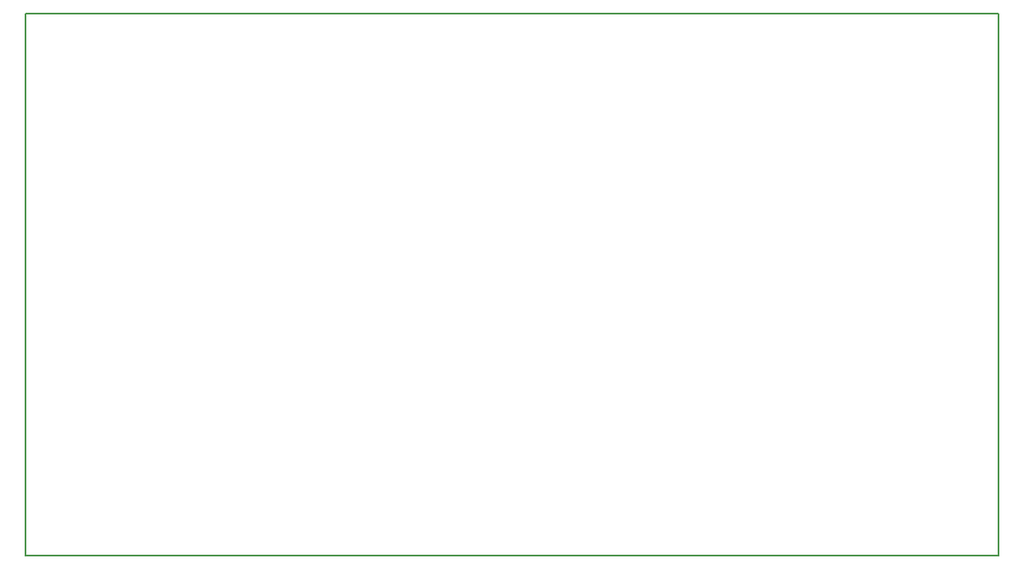
<source format=gbr>
G04 #@! TF.FileFunction,Profile,NP*
%FSLAX46Y46*%
G04 Gerber Fmt 4.6, Leading zero omitted, Abs format (unit mm)*
G04 Created by KiCad (PCBNEW 4.0.6) date 08/10/17 23:44:08*
%MOMM*%
%LPD*%
G01*
G04 APERTURE LIST*
%ADD10C,0.100000*%
%ADD11C,0.150000*%
G04 APERTURE END LIST*
D10*
D11*
X87000000Y-101000000D02*
X87000000Y-47000000D01*
X184000000Y-101000000D02*
X87000000Y-101000000D01*
X184000000Y-47000000D02*
X184000000Y-101000000D01*
X87000000Y-47000000D02*
X184000000Y-47000000D01*
M02*

</source>
